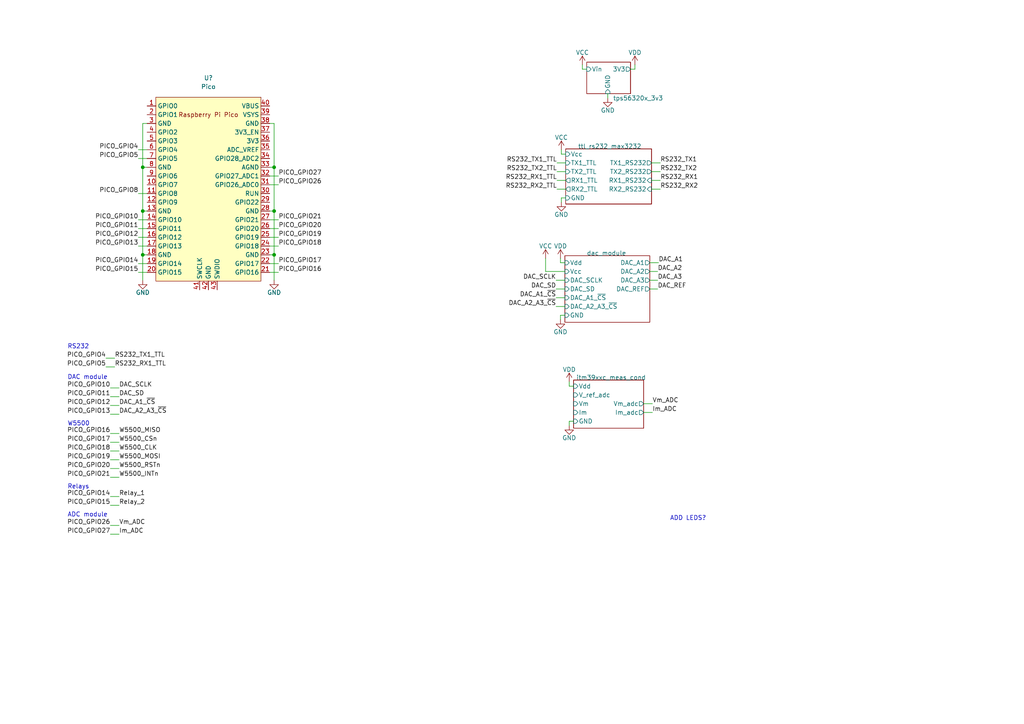
<source format=kicad_sch>
(kicad_sch (version 20211123) (generator eeschema)
  (paper "A4")
  (lib_symbols
    (symbol "CL_MCU_RaspberryPi_and_Boards:Pico"
      (property "Reference" "U" (at -13.97 27.94 0))
      (property "Value" "Pico" (at 0 19.05 0))
      (symbol "Pico_0_0"
        (text "Raspberry Pi Pico" (at 0 21.59 0) (effects (font (size 1.27 1.27))))
      )
      (symbol "Pico_0_1"
        (rectangle (start -15.24 26.67) (end 15.24 -26.67) (fill (type background)))
      )
      (symbol "Pico_1_1"
        (pin bidirectional line (at -17.78 24.13 0) (length 2.54) (name "GPIO0") (number "1"))
        (pin bidirectional line (at -17.78 1.27 0) (length 2.54) (name "GPIO7") (number "10"))
        (pin bidirectional line (at -17.78 -1.27 0) (length 2.54) (name "GPIO8") (number "11"))
        (pin bidirectional line (at -17.78 -3.81 0) (length 2.54) (name "GPIO9") (number "12"))
        (pin power_in line (at -17.78 -6.35 0) (length 2.54) (name "GND") (number "13"))
        (pin bidirectional line (at -17.78 -8.89 0) (length 2.54) (name "GPIO10") (number "14"))
        (pin bidirectional line (at -17.78 -11.43 0) (length 2.54) (name "GPIO11") (number "15"))
        (pin bidirectional line (at -17.78 -13.97 0) (length 2.54) (name "GPIO12") (number "16"))
        (pin bidirectional line (at -17.78 -16.51 0) (length 2.54) (name "GPIO13") (number "17"))
        (pin power_in line (at -17.78 -19.05 0) (length 2.54) (name "GND") (number "18"))
        (pin bidirectional line (at -17.78 -21.59 0) (length 2.54) (name "GPIO14") (number "19"))
        (pin bidirectional line (at -17.78 21.59 0) (length 2.54) (name "GPIO1") (number "2"))
        (pin bidirectional line (at -17.78 -24.13 0) (length 2.54) (name "GPIO15") (number "20"))
        (pin bidirectional line (at 17.78 -24.13 180) (length 2.54) (name "GPIO16") (number "21"))
        (pin bidirectional line (at 17.78 -21.59 180) (length 2.54) (name "GPIO17") (number "22"))
        (pin power_in line (at 17.78 -19.05 180) (length 2.54) (name "GND") (number "23"))
        (pin bidirectional line (at 17.78 -16.51 180) (length 2.54) (name "GPIO18") (number "24"))
        (pin bidirectional line (at 17.78 -13.97 180) (length 2.54) (name "GPIO19") (number "25"))
        (pin bidirectional line (at 17.78 -11.43 180) (length 2.54) (name "GPIO20") (number "26"))
        (pin bidirectional line (at 17.78 -8.89 180) (length 2.54) (name "GPIO21") (number "27"))
        (pin power_in line (at 17.78 -6.35 180) (length 2.54) (name "GND") (number "28"))
        (pin bidirectional line (at 17.78 -3.81 180) (length 2.54) (name "GPIO22") (number "29"))
        (pin power_in line (at -17.78 19.05 0) (length 2.54) (name "GND") (number "3"))
        (pin input line (at 17.78 -1.27 180) (length 2.54) (name "RUN") (number "30"))
        (pin bidirectional line (at 17.78 1.27 180) (length 2.54) (name "GPIO26_ADC0") (number "31"))
        (pin bidirectional line (at 17.78 3.81 180) (length 2.54) (name "GPIO27_ADC1") (number "32"))
        (pin power_in line (at 17.78 6.35 180) (length 2.54) (name "AGND") (number "33"))
        (pin bidirectional line (at 17.78 8.89 180) (length 2.54) (name "GPIO28_ADC2") (number "34"))
        (pin power_in line (at 17.78 11.43 180) (length 2.54) (name "ADC_VREF") (number "35"))
        (pin power_in line (at 17.78 13.97 180) (length 2.54) (name "3V3") (number "36"))
        (pin input line (at 17.78 16.51 180) (length 2.54) (name "3V3_EN") (number "37"))
        (pin bidirectional line (at 17.78 19.05 180) (length 2.54) (name "GND") (number "38"))
        (pin power_in line (at 17.78 21.59 180) (length 2.54) (name "VSYS") (number "39"))
        (pin bidirectional line (at -17.78 16.51 0) (length 2.54) (name "GPIO2") (number "4"))
        (pin power_in line (at 17.78 24.13 180) (length 2.54) (name "VBUS") (number "40"))
        (pin input line (at -2.54 -29.21 90) (length 2.54) (name "SWCLK") (number "41"))
        (pin power_in line (at 0 -29.21 90) (length 2.54) (name "GND") (number "42"))
        (pin bidirectional line (at 2.54 -29.21 90) (length 2.54) (name "SWDIO") (number "43"))
        (pin bidirectional line (at -17.78 13.97 0) (length 2.54) (name "GPIO3") (number "5"))
        (pin bidirectional line (at -17.78 11.43 0) (length 2.54) (name "GPIO4") (number "6"))
        (pin bidirectional line (at -17.78 8.89 0) (length 2.54) (name "GPIO5") (number "7"))
        (pin power_in line (at -17.78 6.35 0) (length 2.54) (name "GND") (number "8"))
        (pin bidirectional line (at -17.78 3.81 0) (length 2.54) (name "GPIO6") (number "9"))
      )
    )
    (symbol "power:GND" (power) (pin_names (offset 0))
      (property "Value" "GND" (at 0 -3.81 0))
      (symbol "GND_0_1"
        (polyline (pts (xy 0 0) (xy 0 -1.27) (xy 1.27 -1.27) (xy 0 -2.54) (xy -1.27 -1.27) (xy 0 -1.27)))
      )
      (symbol "GND_1_1"
        (pin power_in line (at 0 0 270) (length 0) hide (name "GND") (number "1"))
      )
    )
    (symbol "power:VCC" (power) (pin_names (offset 0))
      (property "Value" "VCC" (at 0 3.81 0))
      (symbol "VCC_0_1"
        (polyline (pts (xy -0.762 1.27) (xy 0 2.54)))
        (polyline (pts (xy 0 0) (xy 0 2.54)))
        (polyline (pts (xy 0 2.54) (xy 0.762 1.27)))
      )
      (symbol "VCC_1_1"
        (pin power_in line (at 0 0 90) (length 0) hide (name "VCC") (number "1"))
      )
    )
    (symbol "power:VDD" (power) (pin_names (offset 0))
      (property "Value" "VDD" (at 0 3.81 0))
      (symbol "VDD_0_1"
        (polyline (pts (xy -0.762 1.27) (xy 0 2.54)))
        (polyline (pts (xy 0 0) (xy 0 2.54)))
        (polyline (pts (xy 0 2.54) (xy 0.762 1.27)))
      )
      (symbol "VDD_1_1"
        (pin power_in line (at 0 0 90) (length 0) hide (name "VDD") (number "1"))
      )
    )
  )
  (junction (at 79.502 73.914))
  (junction (at 79.502 48.514))
  (junction (at 41.402 73.914))
  (junction (at 41.402 61.214))
  (junction (at 79.502 61.214))
  (junction (at 41.402 48.514))
  (wire (pts (xy 162.814 43.434) (xy 162.814 44.704)))
  (wire (pts (xy 184.15 18.796) (xy 184.15 20.066)))
  (wire (pts (xy 42.672 61.214) (xy 41.402 61.214)))
  (wire (pts (xy 30.734 106.426) (xy 33.274 106.426)))
  (wire (pts (xy 161.544 49.784) (xy 164.084 49.784)))
  (wire (pts (xy 32.004 120.142) (xy 34.544 120.142)))
  (wire (pts (xy 41.402 81.28) (xy 41.402 73.914)))
  (wire (pts (xy 188.976 52.324) (xy 191.516 52.324)))
  (wire (pts (xy 32.004 125.73) (xy 34.544 125.73)))
  (wire (pts (xy 78.232 73.914) (xy 79.502 73.914)))
  (wire (pts (xy 30.734 103.886) (xy 33.274 103.886)))
  (wire (pts (xy 78.232 63.754) (xy 80.772 63.754)))
  (wire (pts (xy 41.402 48.514) (xy 41.402 61.214)))
  (wire (pts (xy 184.15 20.066) (xy 182.88 20.066)))
  (wire (pts (xy 161.29 81.28) (xy 163.83 81.28)))
  (wire (pts (xy 32.004 146.558) (xy 34.544 146.558)))
  (wire (pts (xy 161.29 86.36) (xy 163.83 86.36)))
  (wire (pts (xy 163.83 78.74) (xy 158.242 78.74)))
  (wire (pts (xy 188.468 76.2) (xy 191.008 76.2)))
  (wire (pts (xy 188.976 54.864) (xy 191.516 54.864)))
  (wire (pts (xy 41.402 35.814) (xy 41.402 48.514)))
  (wire (pts (xy 40.132 71.374) (xy 42.672 71.374)))
  (wire (pts (xy 188.976 49.784) (xy 191.516 49.784)))
  (wire (pts (xy 78.232 51.054) (xy 80.772 51.054)))
  (wire (pts (xy 42.672 48.514) (xy 41.402 48.514)))
  (wire (pts (xy 78.232 71.374) (xy 80.772 71.374)))
  (wire (pts (xy 32.004 117.602) (xy 34.544 117.602)))
  (wire (pts (xy 40.132 63.754) (xy 42.672 63.754)))
  (wire (pts (xy 40.132 76.454) (xy 42.672 76.454)))
  (wire (pts (xy 32.004 115.062) (xy 34.544 115.062)))
  (wire (pts (xy 40.132 45.974) (xy 42.672 45.974)))
  (wire (pts (xy 78.232 78.994) (xy 80.772 78.994)))
  (wire (pts (xy 162.814 57.404) (xy 164.084 57.404)))
  (wire (pts (xy 78.232 48.514) (xy 79.502 48.514)))
  (wire (pts (xy 188.468 83.82) (xy 190.754 83.82)))
  (wire (pts (xy 162.814 58.674) (xy 162.814 57.404)))
  (wire (pts (xy 168.91 18.796) (xy 168.91 20.066)))
  (wire (pts (xy 32.004 112.522) (xy 34.544 112.522)))
  (wire (pts (xy 165.1 112.014) (xy 166.37 112.014)))
  (wire (pts (xy 162.56 92.71) (xy 162.56 91.44)))
  (wire (pts (xy 161.29 88.9) (xy 163.83 88.9)))
  (wire (pts (xy 40.132 78.994) (xy 42.672 78.994)))
  (wire (pts (xy 78.232 61.214) (xy 79.502 61.214)))
  (wire (pts (xy 165.1 110.744) (xy 165.1 112.014)))
  (wire (pts (xy 42.672 35.814) (xy 41.402 35.814)))
  (wire (pts (xy 161.29 83.82) (xy 163.83 83.82)))
  (wire (pts (xy 168.91 20.066) (xy 170.18 20.066)))
  (wire (pts (xy 188.976 47.244) (xy 191.516 47.244)))
  (wire (pts (xy 188.468 81.28) (xy 190.754 81.28)))
  (wire (pts (xy 78.232 76.454) (xy 80.772 76.454)))
  (wire (pts (xy 40.132 43.434) (xy 42.672 43.434)))
  (wire (pts (xy 32.004 152.4) (xy 34.544 152.4)))
  (wire (pts (xy 32.004 128.27) (xy 34.544 128.27)))
  (wire (pts (xy 41.402 61.214) (xy 41.402 73.914)))
  (wire (pts (xy 32.004 133.35) (xy 34.544 133.35)))
  (wire (pts (xy 78.232 66.294) (xy 80.772 66.294)))
  (wire (pts (xy 158.242 78.74) (xy 158.242 74.93)))
  (wire (pts (xy 162.56 76.2) (xy 163.83 76.2)))
  (wire (pts (xy 78.232 35.814) (xy 79.502 35.814)))
  (wire (pts (xy 161.544 47.244) (xy 164.084 47.244)))
  (wire (pts (xy 32.004 138.43) (xy 34.544 138.43)))
  (wire (pts (xy 78.232 53.594) (xy 80.772 53.594)))
  (wire (pts (xy 79.502 73.914) (xy 79.502 81.28)))
  (wire (pts (xy 40.132 68.834) (xy 42.672 68.834)))
  (wire (pts (xy 41.402 73.914) (xy 42.672 73.914)))
  (wire (pts (xy 32.004 144.018) (xy 34.544 144.018)))
  (wire (pts (xy 176.276 27.178) (xy 176.276 28.448)))
  (wire (pts (xy 165.1 123.444) (xy 165.1 122.174)))
  (wire (pts (xy 32.004 130.81) (xy 34.544 130.81)))
  (wire (pts (xy 40.132 66.294) (xy 42.672 66.294)))
  (wire (pts (xy 186.69 119.634) (xy 189.23 119.634)))
  (wire (pts (xy 188.468 78.74) (xy 190.754 78.74)))
  (wire (pts (xy 165.1 122.174) (xy 166.37 122.174)))
  (wire (pts (xy 32.004 135.89) (xy 34.544 135.89)))
  (wire (pts (xy 162.56 74.93) (xy 162.56 76.2)))
  (wire (pts (xy 186.69 117.094) (xy 189.23 117.094)))
  (wire (pts (xy 161.544 54.864) (xy 164.084 54.864)))
  (wire (pts (xy 162.56 91.44) (xy 163.83 91.44)))
  (wire (pts (xy 161.544 52.324) (xy 164.084 52.324)))
  (wire (pts (xy 79.502 61.214) (xy 79.502 73.914)))
  (wire (pts (xy 79.502 48.514) (xy 79.502 61.214)))
  (wire (pts (xy 32.004 154.94) (xy 34.544 154.94)))
  (wire (pts (xy 162.814 44.704) (xy 164.084 44.704)))
  (wire (pts (xy 40.132 56.134) (xy 42.672 56.134)))
  (wire (pts (xy 78.232 68.834) (xy 80.772 68.834)))
  (wire (pts (xy 79.502 35.814) (xy 79.502 48.514)))
  (text "Relays" (at 19.558 141.986 0) (effects (font (size 1.27 1.27)) (justify left bottom)))
  (text "RS232" (at 19.558 101.346 0) (effects (font (size 1.27 1.27)) (justify left bottom)))
  (text "DAC module" (at 19.558 110.236 0) (effects (font (size 1.27 1.27)) (justify left bottom)))
  (text "ADC module" (at 19.558 150.114 0) (effects (font (size 1.27 1.27)) (justify left bottom)))
  (text "W5500" (at 19.558 123.698 0) (effects (font (size 1.27 1.27)) (justify left bottom)))
  (text "ADD LEDS?" (at 194.31 151.13 0) (effects (font (size 1.27 1.27)) (justify left bottom)))
  (label "PICO_GPIO26" (at 80.772 53.594 0))
  (label "PICO_GPIO15" (at 40.132 78.994 180))
  (label "PICO_GPIO20" (at 32.004 135.89 180))
  (label "PICO_GPIO21" (at 80.772 63.754 0))
  (label "PICO_GPIO27" (at 80.772 51.054 0))
  (label "PICO_GPIO15" (at 32.004 146.558 180))
  (label "W5500_MOSI" (at 34.544 133.35 0))
  (label "DAC_SCLK" (at 34.544 112.522 0))
  (label "DAC_A1_~{CS}" (at 34.544 117.602 0))
  (label "RS232_TX1_TTL" (at 161.544 47.244 180))
  (label "PICO_GPIO27" (at 32.004 154.94 180))
  (label "PICO_GPIO4" (at 40.132 43.434 180))
  (label "PICO_GPIO14" (at 32.004 144.018 180))
  (label "RS232_RX2_TTL" (at 161.544 54.864 180))
  (label "PICO_GPIO10" (at 32.004 112.522 180))
  (label "PICO_GPIO4" (at 30.734 103.886 180))
  (label "DAC_A1_~{CS}" (at 161.29 86.36 180))
  (label "PICO_GPIO17" (at 32.004 128.27 180))
  (label "PICO_GPIO11" (at 32.004 115.062 180))
  (label "W5500_RSTn" (at 34.544 135.89 0))
  (label "PICO_GPIO14" (at 40.132 76.454 180))
  (label "W5500_CSn" (at 34.544 128.27 0))
  (label "Relay_2" (at 34.544 146.558 0))
  (label "RS232_RX1_TTL" (at 33.274 106.426 0))
  (label "PICO_GPIO16" (at 80.772 78.994 0))
  (label "PICO_GPIO18" (at 80.772 71.374 0))
  (label "PICO_GPIO12" (at 40.132 68.834 180))
  (label "RS232_RX2" (at 191.516 54.864 0))
  (label "PICO_GPIO8" (at 40.132 56.134 180))
  (label "PICO_GPIO10" (at 40.132 63.754 180))
  (label "Vm_ADC" (at 34.544 152.4 0))
  (label "DAC_REF" (at 190.754 83.82 0))
  (label "W5500_CLK" (at 34.544 130.81 0))
  (label "RS232_TX1_TTL" (at 33.274 103.886 0))
  (label "PICO_GPIO19" (at 80.772 68.834 0))
  (label "RS232_TX2_TTL" (at 161.544 49.784 180))
  (label "DAC_A3" (at 190.754 81.28 0))
  (label "PICO_GPIO26" (at 32.004 152.4 180))
  (label "DAC_SCLK" (at 161.29 81.28 180))
  (label "PICO_GPIO5" (at 40.132 45.974 180))
  (label "DAC_A2_A3_~{CS}" (at 161.29 88.9 180))
  (label "PICO_GPIO21" (at 32.004 138.43 180))
  (label "RS232_TX2" (at 191.516 49.784 0))
  (label "PICO_GPIO17" (at 80.772 76.454 0))
  (label "PICO_GPIO16" (at 32.004 125.73 180))
  (label "PICO_GPIO20" (at 80.772 66.294 0))
  (label "W5500_INTn" (at 34.544 138.43 0))
  (label "RS232_TX1" (at 191.516 47.244 0))
  (label "PICO_GPIO19" (at 32.004 133.35 180))
  (label "Im_ADC" (at 34.544 154.94 0))
  (label "DAC_SD" (at 161.29 83.82 180))
  (label "DAC_SD" (at 34.544 115.062 0))
  (label "Vm_ADC" (at 189.23 117.094 0))
  (label "PICO_GPIO12" (at 32.004 117.602 180))
  (label "DAC_A2" (at 190.754 78.74 0))
  (label "PICO_GPIO18" (at 32.004 130.81 180))
  (label "PICO_GPIO11" (at 40.132 66.294 180))
  (label "Relay_1" (at 34.544 144.018 0))
  (label "PICO_GPIO13" (at 40.132 71.374 180))
  (label "RS232_RX1_TTL" (at 161.544 52.324 180))
  (label "DAC_A2_A3_~{CS}" (at 34.544 120.142 0))
  (label "Im_ADC" (at 189.23 119.634 0))
  (label "W5500_MISO" (at 34.544 125.73 0))
  (label "RS232_RX1" (at 191.516 52.324 0))
  (label "PICO_GPIO5" (at 30.734 106.426 180))
  (label "PICO_GPIO13" (at 32.004 120.142 180))
  (label "DAC_A1" (at 191.008 76.2 0))
  (symbol (lib_id "power:VDD") (at 165.1 110.744 0) (unit 1)
    (property "Reference" "#PWR?" (effects hide))
    (property "Value" "VDD" (at 165.1 107.188 0))
  )
  (symbol (lib_id "power:VCC") (at 158.242 74.93 0) (unit 1)
    (property "Reference" "#PWR?" (effects hide))
    (property "Value" "VCC" (at 158.242 71.374 0))
  )
  (symbol (lib_id "power:GND") (at 165.1 123.444 0) (unit 1)
    (property "Reference" "#PWR?" (effects hide))
    (property "Value" "GND" (at 165.1 127 0))
  )
  (symbol (lib_id "power:GND") (at 162.56 92.71 0) (unit 1)
    (property "Reference" "#PWR?" (effects hide))
    (property "Value" "GND" (at 162.56 96.266 0))
  )
  (symbol (lib_id "power:VDD") (at 162.56 74.93 0) (unit 1)
    (property "Reference" "#PWR?" (effects hide))
    (property "Value" "VDD" (at 162.56 71.374 0))
  )
  (symbol (lib_id "power:VCC") (at 168.91 18.796 0) (unit 1)
    (property "Reference" "#PWR?" (effects hide))
    (property "Value" "VCC" (at 168.91 15.24 0))
  )
  (symbol (lib_id "power:GND") (at 176.276 28.448 0) (unit 1)
    (property "Reference" "#PWR?" (effects hide))
    (property "Value" "GND" (at 176.276 32.004 0))
  )
  (symbol (lib_id "power:GND") (at 79.502 81.28 0) (unit 1)
    (property "Reference" "#PWR?" (effects hide))
    (property "Value" "GND" (at 79.502 84.836 0))
  )
  (symbol (lib_id "power:GND") (at 162.814 58.674 0) (unit 1)
    (property "Reference" "#PWR?" (effects hide))
    (property "Value" "GND" (at 162.814 62.23 0))
  )
  (symbol (lib_id "power:VDD") (at 184.15 18.796 0) (unit 1)
    (property "Reference" "#PWR?" (effects hide))
    (property "Value" "VDD" (at 184.15 15.24 0))
  )
  (symbol (lib_id "CL_MCU_RaspberryPi_and_Boards:Pico") (at 60.452 54.864 0) (unit 1)
    (property "Reference" "U?" (at 60.452 22.606 0))
    (property "Value" "Pico" (at 60.452 25.146 0))
    (property "Footprint" "RPi_Pico:RPi_Pico_SMD_TH" (effects hide))
  )
  (symbol (lib_id "power:GND") (at 41.402 81.28 0) (unit 1)
    (property "Reference" "#PWR?" (effects hide))
    (property "Value" "GND" (at 41.402 84.836 0))
  )
  (symbol (lib_id "power:VCC") (at 162.814 43.434 0) (unit 1)
    (property "Reference" "#PWR?" (effects hide))
    (property "Value" "VCC" (at 162.814 39.878 0))
  )
  (sheet (at 163.83 74.168) (size 24.638 19.304) (stroke (width 0.1524))
    (property "Sheet name" "dac_module" (at 170.18 74.168 0) (effects (justify left bottom)))
    (property "Sheet file" "dac_module.kicad_sch" (effects hide))
    (pin "Vdd" input (at 163.83 76.2 180))
    (pin "Vcc" input (at 163.83 78.74 180))
    (pin "GND" input (at 163.83 91.44 180))
    (pin "DAC_A2_A3_~{CS}" input (at 163.83 88.9 180))
    (pin "DAC_SCLK" input (at 163.83 81.28 180))
    (pin "DAC_A1_~{CS}" input (at 163.83 86.36 180))
    (pin "DAC_SD" input (at 163.83 83.82 180))
    (pin "DAC_REF" output (at 188.468 83.82 0))
    (pin "DAC_A2" output (at 188.468 78.74 0))
    (pin "DAC_A1" output (at 188.468 76.2 0))
    (pin "DAC_A3" output (at 188.468 81.28 0))
  )
  (sheet (at 166.37 110.236) (size 20.32 13.97) (stroke (width 0.1524))
    (property "Sheet name" "itm39xxc_meas_cond" (at 167.132 110.236 0) (effects (justify left bottom)))
    (property "Sheet file" "itm39xxc_meas_cond.kicad_sch" (effects hide))
    (pin "Im" input (at 166.37 119.634 180))
    (pin "Vm" input (at 166.37 117.094 180))
    (pin "V_ref_adc" input (at 166.37 114.554 180))
    (pin "Vdd" input (at 166.37 112.014 180))
    (pin "GND" input (at 166.37 122.174 180))
    (pin "Im_adc" output (at 186.69 119.634 0))
    (pin "Vm_adc" output (at 186.69 117.094 0))
  )
  (sheet (at 164.084 43.18) (size 24.892 16.002) (stroke (width 0.1524))
    (property "Sheet name" "ttl_rs232_max3232" (at 167.64 43.18 0) (effects (justify left bottom)))
    (property "Sheet file" "ttl_rs232_max3232.kicad_sch" (effects hide))
    (pin "RX1_RS232" input (at 188.976 52.324 0))
    (pin "RX2_RS232" input (at 188.976 54.864 0))
    (pin "GND" input (at 164.084 57.404 180))
    (pin "Vcc" input (at 164.084 44.704 180))
    (pin "TX2_TTL" input (at 164.084 49.784 180))
    (pin "TX1_TTL" input (at 164.084 47.244 180))
    (pin "RX1_TTL" output (at 164.084 52.324 180))
    (pin "RX2_TTL" output (at 164.084 54.864 180))
    (pin "TX1_RS232" output (at 188.976 47.244 0))
    (pin "TX2_RS232" output (at 188.976 49.784 0))
  )
  (sheet (at 170.18 18.034) (size 12.7 9.144) (stroke (width 0.1524))
    (property "Sheet name" "tps56320x_3v3" (at 177.8 29.21 0) (effects (justify left bottom)))
    (property "Sheet file" "tps56320x_3v3.kicad_sch" (effects hide))
    (pin "Vin" input (at 170.18 20.066 180))
    (pin "GND" input (at 176.276 27.178 270))
    (pin "3V3" output (at 182.88 20.066 0))
  )
)
</source>
